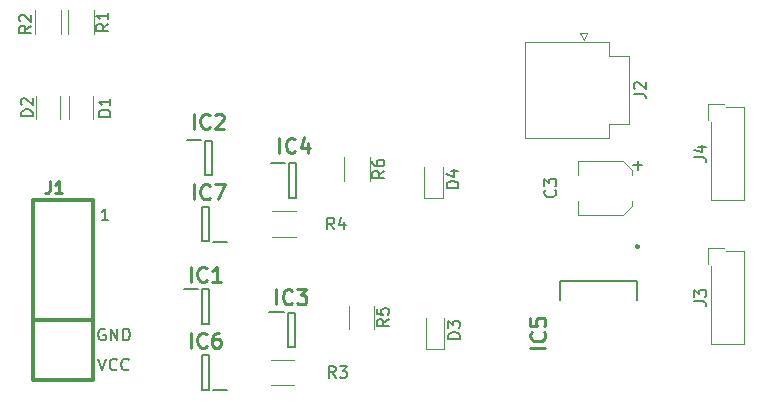
<source format=gto>
G04 #@! TF.GenerationSoftware,KiCad,Pcbnew,(5.1.2)-2*
G04 #@! TF.CreationDate,2019-07-07T18:05:40+09:00*
G04 #@! TF.ProjectId,PmodICSIF,506d6f64-4943-4534-9946-2e6b69636164,rev?*
G04 #@! TF.SameCoordinates,Original*
G04 #@! TF.FileFunction,Legend,Top*
G04 #@! TF.FilePolarity,Positive*
%FSLAX46Y46*%
G04 Gerber Fmt 4.6, Leading zero omitted, Abs format (unit mm)*
G04 Created by KiCad (PCBNEW (5.1.2)-2) date 2019-07-07 18:05:40*
%MOMM*%
%LPD*%
G04 APERTURE LIST*
%ADD10C,0.120000*%
%ADD11C,0.200000*%
%ADD12C,0.250000*%
%ADD13C,0.304800*%
%ADD14C,0.150000*%
%ADD15C,0.254000*%
G04 APERTURE END LIST*
D10*
X122319000Y-79264000D02*
X123089000Y-80024000D01*
X122319000Y-79264000D02*
X118509000Y-79264000D01*
X122319000Y-83834000D02*
X123089000Y-83074000D01*
X122319000Y-83834000D02*
X118509000Y-83834000D01*
X123089000Y-83074000D02*
X123089000Y-82664000D01*
X123089000Y-80024000D02*
X123089000Y-80434000D01*
X118509000Y-79264000D02*
X118509000Y-80434000D01*
X118509000Y-83834000D02*
X118509000Y-82664000D01*
X75434000Y-73708000D02*
X75434000Y-75708000D01*
X77474000Y-75708000D02*
X77474000Y-73708000D01*
X74680000Y-75708000D02*
X74680000Y-73708000D01*
X72640000Y-73708000D02*
X72640000Y-75708000D01*
X105626000Y-95165000D02*
X107226000Y-95165000D01*
X107226000Y-95165000D02*
X107226000Y-92565000D01*
X105626000Y-95165000D02*
X105626000Y-92565000D01*
X105499000Y-82338000D02*
X105499000Y-79738000D01*
X107099000Y-82338000D02*
X107099000Y-79738000D01*
X105499000Y-82338000D02*
X107099000Y-82338000D01*
D11*
X85145000Y-90067000D02*
X86345000Y-90067000D01*
X86695000Y-93017000D02*
X86695000Y-90117000D01*
X87295000Y-93017000D02*
X86695000Y-93017000D01*
X87295000Y-90117000D02*
X87295000Y-93017000D01*
X86695000Y-90117000D02*
X87295000Y-90117000D01*
X86949000Y-77544000D02*
X87549000Y-77544000D01*
X87549000Y-77544000D02*
X87549000Y-80444000D01*
X87549000Y-80444000D02*
X86949000Y-80444000D01*
X86949000Y-80444000D02*
X86949000Y-77544000D01*
X85399000Y-77494000D02*
X86599000Y-77494000D01*
X92404000Y-92033000D02*
X93604000Y-92033000D01*
X93954000Y-94983000D02*
X93954000Y-92083000D01*
X94554000Y-94983000D02*
X93954000Y-94983000D01*
X94554000Y-92083000D02*
X94554000Y-94983000D01*
X93954000Y-92083000D02*
X94554000Y-92083000D01*
X92511000Y-79399000D02*
X93711000Y-79399000D01*
X94061000Y-82349000D02*
X94061000Y-79449000D01*
X94661000Y-82349000D02*
X94061000Y-82349000D01*
X94661000Y-79449000D02*
X94661000Y-82349000D01*
X94061000Y-79449000D02*
X94661000Y-79449000D01*
X117015000Y-91030000D02*
X117015000Y-89430000D01*
X117015000Y-89430000D02*
X123515000Y-89430000D01*
X123515000Y-89430000D02*
X123515000Y-91030000D01*
D12*
X123690000Y-86480000D02*
G75*
G03X123690000Y-86480000I-125000J0D01*
G01*
D11*
X87295000Y-98605000D02*
X86695000Y-98605000D01*
X86695000Y-98605000D02*
X86695000Y-95705000D01*
X86695000Y-95705000D02*
X87295000Y-95705000D01*
X87295000Y-95705000D02*
X87295000Y-98605000D01*
X88845000Y-98655000D02*
X87645000Y-98655000D01*
X87295000Y-86032000D02*
X86695000Y-86032000D01*
X86695000Y-86032000D02*
X86695000Y-83132000D01*
X86695000Y-83132000D02*
X87295000Y-83132000D01*
X87295000Y-83132000D02*
X87295000Y-86032000D01*
X88845000Y-86082000D02*
X87645000Y-86082000D01*
D10*
X119299000Y-68377000D02*
X118999000Y-68977000D01*
X118699000Y-68377000D02*
X119299000Y-68377000D01*
X118999000Y-68977000D02*
X118699000Y-68377000D01*
X114079000Y-77277000D02*
X114079000Y-69177000D01*
X121119000Y-77277000D02*
X114079000Y-77277000D01*
X121119000Y-76077000D02*
X121119000Y-77277000D01*
X122819000Y-76077000D02*
X121119000Y-76077000D01*
X122819000Y-70377000D02*
X122819000Y-76077000D01*
X121119000Y-70377000D02*
X122819000Y-70377000D01*
X121119000Y-69177000D02*
X121119000Y-70377000D01*
X114079000Y-69177000D02*
X121119000Y-69177000D01*
X131021000Y-86845000D02*
X132611000Y-86845000D01*
X132611000Y-86845000D02*
X132611000Y-94765000D01*
X132611000Y-94765000D02*
X129771000Y-94765000D01*
X129771000Y-94765000D02*
X129771000Y-88095000D01*
X130921000Y-86595000D02*
X129521000Y-86595000D01*
X129521000Y-86595000D02*
X129521000Y-87995000D01*
X129521000Y-74403000D02*
X129521000Y-75803000D01*
X130921000Y-74403000D02*
X129521000Y-74403000D01*
X129771000Y-82573000D02*
X129771000Y-75903000D01*
X132611000Y-82573000D02*
X129771000Y-82573000D01*
X132611000Y-74653000D02*
X132611000Y-82573000D01*
X131021000Y-74653000D02*
X132611000Y-74653000D01*
X75384000Y-68469000D02*
X75384000Y-66469000D01*
X77524000Y-66469000D02*
X77524000Y-68469000D01*
X74730000Y-66469000D02*
X74730000Y-68469000D01*
X72590000Y-68469000D02*
X72590000Y-66469000D01*
X92504000Y-96085000D02*
X94504000Y-96085000D01*
X94504000Y-98225000D02*
X92504000Y-98225000D01*
X94631000Y-85652000D02*
X92631000Y-85652000D01*
X92631000Y-83512000D02*
X94631000Y-83512000D01*
X99133000Y-93488000D02*
X99133000Y-91488000D01*
X101273000Y-91488000D02*
X101273000Y-93488000D01*
X100892000Y-78915000D02*
X100892000Y-80915000D01*
X98752000Y-80915000D02*
X98752000Y-78915000D01*
D13*
X77470000Y-92710000D02*
X72390000Y-92710000D01*
X72390000Y-82550000D02*
X72390000Y-97790000D01*
X72390000Y-97790000D02*
X77470000Y-97790000D01*
X77470000Y-97790000D02*
X77470000Y-82550000D01*
X77470000Y-82550000D02*
X72390000Y-82550000D01*
D14*
X116584142Y-81700666D02*
X116631761Y-81748285D01*
X116679380Y-81891142D01*
X116679380Y-81986380D01*
X116631761Y-82129238D01*
X116536523Y-82224476D01*
X116441285Y-82272095D01*
X116250809Y-82319714D01*
X116107952Y-82319714D01*
X115917476Y-82272095D01*
X115822238Y-82224476D01*
X115727000Y-82129238D01*
X115679380Y-81986380D01*
X115679380Y-81891142D01*
X115727000Y-81748285D01*
X115774619Y-81700666D01*
X115679380Y-81367333D02*
X115679380Y-80748285D01*
X116060333Y-81081619D01*
X116060333Y-80938761D01*
X116107952Y-80843523D01*
X116155571Y-80795904D01*
X116250809Y-80748285D01*
X116488904Y-80748285D01*
X116584142Y-80795904D01*
X116631761Y-80843523D01*
X116679380Y-80938761D01*
X116679380Y-81224476D01*
X116631761Y-81319714D01*
X116584142Y-81367333D01*
X123198047Y-79615428D02*
X123959952Y-79615428D01*
X123579000Y-79996380D02*
X123579000Y-79234476D01*
X78938380Y-75478095D02*
X77938380Y-75478095D01*
X77938380Y-75240000D01*
X77986000Y-75097142D01*
X78081238Y-75001904D01*
X78176476Y-74954285D01*
X78366952Y-74906666D01*
X78509809Y-74906666D01*
X78700285Y-74954285D01*
X78795523Y-75001904D01*
X78890761Y-75097142D01*
X78938380Y-75240000D01*
X78938380Y-75478095D01*
X78938380Y-73954285D02*
X78938380Y-74525714D01*
X78938380Y-74240000D02*
X77938380Y-74240000D01*
X78081238Y-74335238D01*
X78176476Y-74430476D01*
X78224095Y-74525714D01*
X72362380Y-75446095D02*
X71362380Y-75446095D01*
X71362380Y-75208000D01*
X71410000Y-75065142D01*
X71505238Y-74969904D01*
X71600476Y-74922285D01*
X71790952Y-74874666D01*
X71933809Y-74874666D01*
X72124285Y-74922285D01*
X72219523Y-74969904D01*
X72314761Y-75065142D01*
X72362380Y-75208000D01*
X72362380Y-75446095D01*
X71457619Y-74493714D02*
X71410000Y-74446095D01*
X71362380Y-74350857D01*
X71362380Y-74112761D01*
X71410000Y-74017523D01*
X71457619Y-73969904D01*
X71552857Y-73922285D01*
X71648095Y-73922285D01*
X71790952Y-73969904D01*
X72362380Y-74541333D01*
X72362380Y-73922285D01*
X108529380Y-94303095D02*
X107529380Y-94303095D01*
X107529380Y-94065000D01*
X107577000Y-93922142D01*
X107672238Y-93826904D01*
X107767476Y-93779285D01*
X107957952Y-93731666D01*
X108100809Y-93731666D01*
X108291285Y-93779285D01*
X108386523Y-93826904D01*
X108481761Y-93922142D01*
X108529380Y-94065000D01*
X108529380Y-94303095D01*
X107529380Y-93398333D02*
X107529380Y-92779285D01*
X107910333Y-93112619D01*
X107910333Y-92969761D01*
X107957952Y-92874523D01*
X108005571Y-92826904D01*
X108100809Y-92779285D01*
X108338904Y-92779285D01*
X108434142Y-92826904D01*
X108481761Y-92874523D01*
X108529380Y-92969761D01*
X108529380Y-93255476D01*
X108481761Y-93350714D01*
X108434142Y-93398333D01*
X108402380Y-81510095D02*
X107402380Y-81510095D01*
X107402380Y-81272000D01*
X107450000Y-81129142D01*
X107545238Y-81033904D01*
X107640476Y-80986285D01*
X107830952Y-80938666D01*
X107973809Y-80938666D01*
X108164285Y-80986285D01*
X108259523Y-81033904D01*
X108354761Y-81129142D01*
X108402380Y-81272000D01*
X108402380Y-81510095D01*
X107735714Y-80081523D02*
X108402380Y-80081523D01*
X107354761Y-80319619D02*
X108069047Y-80557714D01*
X108069047Y-79938666D01*
D15*
X85755238Y-89474523D02*
X85755238Y-88204523D01*
X87085714Y-89353571D02*
X87025238Y-89414047D01*
X86843809Y-89474523D01*
X86722857Y-89474523D01*
X86541428Y-89414047D01*
X86420476Y-89293095D01*
X86360000Y-89172142D01*
X86299523Y-88930238D01*
X86299523Y-88748809D01*
X86360000Y-88506904D01*
X86420476Y-88385952D01*
X86541428Y-88265000D01*
X86722857Y-88204523D01*
X86843809Y-88204523D01*
X87025238Y-88265000D01*
X87085714Y-88325476D01*
X88295238Y-89474523D02*
X87569523Y-89474523D01*
X87932380Y-89474523D02*
X87932380Y-88204523D01*
X87811428Y-88385952D01*
X87690476Y-88506904D01*
X87569523Y-88567380D01*
X86009238Y-76520523D02*
X86009238Y-75250523D01*
X87339714Y-76399571D02*
X87279238Y-76460047D01*
X87097809Y-76520523D01*
X86976857Y-76520523D01*
X86795428Y-76460047D01*
X86674476Y-76339095D01*
X86614000Y-76218142D01*
X86553523Y-75976238D01*
X86553523Y-75794809D01*
X86614000Y-75552904D01*
X86674476Y-75431952D01*
X86795428Y-75311000D01*
X86976857Y-75250523D01*
X87097809Y-75250523D01*
X87279238Y-75311000D01*
X87339714Y-75371476D01*
X87823523Y-75371476D02*
X87884000Y-75311000D01*
X88004952Y-75250523D01*
X88307333Y-75250523D01*
X88428285Y-75311000D01*
X88488761Y-75371476D01*
X88549238Y-75492428D01*
X88549238Y-75613380D01*
X88488761Y-75794809D01*
X87763047Y-76520523D01*
X88549238Y-76520523D01*
X92994238Y-91379523D02*
X92994238Y-90109523D01*
X94324714Y-91258571D02*
X94264238Y-91319047D01*
X94082809Y-91379523D01*
X93961857Y-91379523D01*
X93780428Y-91319047D01*
X93659476Y-91198095D01*
X93599000Y-91077142D01*
X93538523Y-90835238D01*
X93538523Y-90653809D01*
X93599000Y-90411904D01*
X93659476Y-90290952D01*
X93780428Y-90170000D01*
X93961857Y-90109523D01*
X94082809Y-90109523D01*
X94264238Y-90170000D01*
X94324714Y-90230476D01*
X94748047Y-90109523D02*
X95534238Y-90109523D01*
X95110904Y-90593333D01*
X95292333Y-90593333D01*
X95413285Y-90653809D01*
X95473761Y-90714285D01*
X95534238Y-90835238D01*
X95534238Y-91137619D01*
X95473761Y-91258571D01*
X95413285Y-91319047D01*
X95292333Y-91379523D01*
X94929476Y-91379523D01*
X94808523Y-91319047D01*
X94748047Y-91258571D01*
X93248238Y-78552523D02*
X93248238Y-77282523D01*
X94578714Y-78431571D02*
X94518238Y-78492047D01*
X94336809Y-78552523D01*
X94215857Y-78552523D01*
X94034428Y-78492047D01*
X93913476Y-78371095D01*
X93853000Y-78250142D01*
X93792523Y-78008238D01*
X93792523Y-77826809D01*
X93853000Y-77584904D01*
X93913476Y-77463952D01*
X94034428Y-77343000D01*
X94215857Y-77282523D01*
X94336809Y-77282523D01*
X94518238Y-77343000D01*
X94578714Y-77403476D01*
X95667285Y-77705857D02*
X95667285Y-78552523D01*
X95364904Y-77222047D02*
X95062523Y-78129190D01*
X95848714Y-78129190D01*
X115759523Y-95051761D02*
X114489523Y-95051761D01*
X115638571Y-93721285D02*
X115699047Y-93781761D01*
X115759523Y-93963190D01*
X115759523Y-94084142D01*
X115699047Y-94265571D01*
X115578095Y-94386523D01*
X115457142Y-94447000D01*
X115215238Y-94507476D01*
X115033809Y-94507476D01*
X114791904Y-94447000D01*
X114670952Y-94386523D01*
X114550000Y-94265571D01*
X114489523Y-94084142D01*
X114489523Y-93963190D01*
X114550000Y-93781761D01*
X114610476Y-93721285D01*
X114489523Y-92572238D02*
X114489523Y-93177000D01*
X115094285Y-93237476D01*
X115033809Y-93177000D01*
X114973333Y-93056047D01*
X114973333Y-92753666D01*
X115033809Y-92632714D01*
X115094285Y-92572238D01*
X115215238Y-92511761D01*
X115517619Y-92511761D01*
X115638571Y-92572238D01*
X115699047Y-92632714D01*
X115759523Y-92753666D01*
X115759523Y-93056047D01*
X115699047Y-93177000D01*
X115638571Y-93237476D01*
X85755238Y-95062523D02*
X85755238Y-93792523D01*
X87085714Y-94941571D02*
X87025238Y-95002047D01*
X86843809Y-95062523D01*
X86722857Y-95062523D01*
X86541428Y-95002047D01*
X86420476Y-94881095D01*
X86360000Y-94760142D01*
X86299523Y-94518238D01*
X86299523Y-94336809D01*
X86360000Y-94094904D01*
X86420476Y-93973952D01*
X86541428Y-93853000D01*
X86722857Y-93792523D01*
X86843809Y-93792523D01*
X87025238Y-93853000D01*
X87085714Y-93913476D01*
X88174285Y-93792523D02*
X87932380Y-93792523D01*
X87811428Y-93853000D01*
X87750952Y-93913476D01*
X87630000Y-94094904D01*
X87569523Y-94336809D01*
X87569523Y-94820619D01*
X87630000Y-94941571D01*
X87690476Y-95002047D01*
X87811428Y-95062523D01*
X88053333Y-95062523D01*
X88174285Y-95002047D01*
X88234761Y-94941571D01*
X88295238Y-94820619D01*
X88295238Y-94518238D01*
X88234761Y-94397285D01*
X88174285Y-94336809D01*
X88053333Y-94276333D01*
X87811428Y-94276333D01*
X87690476Y-94336809D01*
X87630000Y-94397285D01*
X87569523Y-94518238D01*
X86009238Y-82489523D02*
X86009238Y-81219523D01*
X87339714Y-82368571D02*
X87279238Y-82429047D01*
X87097809Y-82489523D01*
X86976857Y-82489523D01*
X86795428Y-82429047D01*
X86674476Y-82308095D01*
X86614000Y-82187142D01*
X86553523Y-81945238D01*
X86553523Y-81763809D01*
X86614000Y-81521904D01*
X86674476Y-81400952D01*
X86795428Y-81280000D01*
X86976857Y-81219523D01*
X87097809Y-81219523D01*
X87279238Y-81280000D01*
X87339714Y-81340476D01*
X87763047Y-81219523D02*
X88609714Y-81219523D01*
X88065428Y-82489523D01*
D14*
X123251380Y-73560333D02*
X123965666Y-73560333D01*
X124108523Y-73607952D01*
X124203761Y-73703190D01*
X124251380Y-73846047D01*
X124251380Y-73941285D01*
X123346619Y-73131761D02*
X123299000Y-73084142D01*
X123251380Y-72988904D01*
X123251380Y-72750809D01*
X123299000Y-72655571D01*
X123346619Y-72607952D01*
X123441857Y-72560333D01*
X123537095Y-72560333D01*
X123679952Y-72607952D01*
X124251380Y-73179380D01*
X124251380Y-72560333D01*
X128373380Y-91138333D02*
X129087666Y-91138333D01*
X129230523Y-91185952D01*
X129325761Y-91281190D01*
X129373380Y-91424047D01*
X129373380Y-91519285D01*
X128373380Y-90757380D02*
X128373380Y-90138333D01*
X128754333Y-90471666D01*
X128754333Y-90328809D01*
X128801952Y-90233571D01*
X128849571Y-90185952D01*
X128944809Y-90138333D01*
X129182904Y-90138333D01*
X129278142Y-90185952D01*
X129325761Y-90233571D01*
X129373380Y-90328809D01*
X129373380Y-90614523D01*
X129325761Y-90709761D01*
X129278142Y-90757380D01*
X128373380Y-78946333D02*
X129087666Y-78946333D01*
X129230523Y-78993952D01*
X129325761Y-79089190D01*
X129373380Y-79232047D01*
X129373380Y-79327285D01*
X128706714Y-78041571D02*
X129373380Y-78041571D01*
X128325761Y-78279666D02*
X129040047Y-78517761D01*
X129040047Y-77898714D01*
X78756380Y-67635666D02*
X78280190Y-67969000D01*
X78756380Y-68207095D02*
X77756380Y-68207095D01*
X77756380Y-67826142D01*
X77804000Y-67730904D01*
X77851619Y-67683285D01*
X77946857Y-67635666D01*
X78089714Y-67635666D01*
X78184952Y-67683285D01*
X78232571Y-67730904D01*
X78280190Y-67826142D01*
X78280190Y-68207095D01*
X78756380Y-66683285D02*
X78756380Y-67254714D01*
X78756380Y-66969000D02*
X77756380Y-66969000D01*
X77899238Y-67064238D01*
X77994476Y-67159476D01*
X78042095Y-67254714D01*
X72207380Y-67794666D02*
X71731190Y-68128000D01*
X72207380Y-68366095D02*
X71207380Y-68366095D01*
X71207380Y-67985142D01*
X71255000Y-67889904D01*
X71302619Y-67842285D01*
X71397857Y-67794666D01*
X71540714Y-67794666D01*
X71635952Y-67842285D01*
X71683571Y-67889904D01*
X71731190Y-67985142D01*
X71731190Y-68366095D01*
X71302619Y-67413714D02*
X71255000Y-67366095D01*
X71207380Y-67270857D01*
X71207380Y-67032761D01*
X71255000Y-66937523D01*
X71302619Y-66889904D01*
X71397857Y-66842285D01*
X71493095Y-66842285D01*
X71635952Y-66889904D01*
X72207380Y-67461333D01*
X72207380Y-66842285D01*
X98004333Y-97607380D02*
X97671000Y-97131190D01*
X97432904Y-97607380D02*
X97432904Y-96607380D01*
X97813857Y-96607380D01*
X97909095Y-96655000D01*
X97956714Y-96702619D01*
X98004333Y-96797857D01*
X98004333Y-96940714D01*
X97956714Y-97035952D01*
X97909095Y-97083571D01*
X97813857Y-97131190D01*
X97432904Y-97131190D01*
X98337666Y-96607380D02*
X98956714Y-96607380D01*
X98623380Y-96988333D01*
X98766238Y-96988333D01*
X98861476Y-97035952D01*
X98909095Y-97083571D01*
X98956714Y-97178809D01*
X98956714Y-97416904D01*
X98909095Y-97512142D01*
X98861476Y-97559761D01*
X98766238Y-97607380D01*
X98480523Y-97607380D01*
X98385285Y-97559761D01*
X98337666Y-97512142D01*
X97877333Y-85034380D02*
X97544000Y-84558190D01*
X97305904Y-85034380D02*
X97305904Y-84034380D01*
X97686857Y-84034380D01*
X97782095Y-84082000D01*
X97829714Y-84129619D01*
X97877333Y-84224857D01*
X97877333Y-84367714D01*
X97829714Y-84462952D01*
X97782095Y-84510571D01*
X97686857Y-84558190D01*
X97305904Y-84558190D01*
X98734476Y-84367714D02*
X98734476Y-85034380D01*
X98496380Y-83986761D02*
X98258285Y-84701047D01*
X98877333Y-84701047D01*
X102505380Y-92654666D02*
X102029190Y-92988000D01*
X102505380Y-93226095D02*
X101505380Y-93226095D01*
X101505380Y-92845142D01*
X101553000Y-92749904D01*
X101600619Y-92702285D01*
X101695857Y-92654666D01*
X101838714Y-92654666D01*
X101933952Y-92702285D01*
X101981571Y-92749904D01*
X102029190Y-92845142D01*
X102029190Y-93226095D01*
X101505380Y-91749904D02*
X101505380Y-92226095D01*
X101981571Y-92273714D01*
X101933952Y-92226095D01*
X101886333Y-92130857D01*
X101886333Y-91892761D01*
X101933952Y-91797523D01*
X101981571Y-91749904D01*
X102076809Y-91702285D01*
X102314904Y-91702285D01*
X102410142Y-91749904D01*
X102457761Y-91797523D01*
X102505380Y-91892761D01*
X102505380Y-92130857D01*
X102457761Y-92226095D01*
X102410142Y-92273714D01*
X102124380Y-80081666D02*
X101648190Y-80415000D01*
X102124380Y-80653095D02*
X101124380Y-80653095D01*
X101124380Y-80272142D01*
X101172000Y-80176904D01*
X101219619Y-80129285D01*
X101314857Y-80081666D01*
X101457714Y-80081666D01*
X101552952Y-80129285D01*
X101600571Y-80176904D01*
X101648190Y-80272142D01*
X101648190Y-80653095D01*
X101124380Y-79224523D02*
X101124380Y-79415000D01*
X101172000Y-79510238D01*
X101219619Y-79557857D01*
X101362476Y-79653095D01*
X101552952Y-79700714D01*
X101933904Y-79700714D01*
X102029142Y-79653095D01*
X102076761Y-79605476D01*
X102124380Y-79510238D01*
X102124380Y-79319761D01*
X102076761Y-79224523D01*
X102029142Y-79176904D01*
X101933904Y-79129285D01*
X101695809Y-79129285D01*
X101600571Y-79176904D01*
X101552952Y-79224523D01*
X101505333Y-79319761D01*
X101505333Y-79510238D01*
X101552952Y-79605476D01*
X101600571Y-79653095D01*
X101695809Y-79700714D01*
D15*
X73829333Y-80977619D02*
X73829333Y-81703333D01*
X73780952Y-81848476D01*
X73684190Y-81945238D01*
X73539047Y-81993619D01*
X73442285Y-81993619D01*
X74845333Y-81993619D02*
X74264761Y-81993619D01*
X74555047Y-81993619D02*
X74555047Y-80977619D01*
X74458285Y-81122761D01*
X74361523Y-81219523D01*
X74264761Y-81267904D01*
D14*
X77914666Y-95972380D02*
X78248000Y-96972380D01*
X78581333Y-95972380D01*
X79486095Y-96877142D02*
X79438476Y-96924761D01*
X79295619Y-96972380D01*
X79200380Y-96972380D01*
X79057523Y-96924761D01*
X78962285Y-96829523D01*
X78914666Y-96734285D01*
X78867047Y-96543809D01*
X78867047Y-96400952D01*
X78914666Y-96210476D01*
X78962285Y-96115238D01*
X79057523Y-96020000D01*
X79200380Y-95972380D01*
X79295619Y-95972380D01*
X79438476Y-96020000D01*
X79486095Y-96067619D01*
X80486095Y-96877142D02*
X80438476Y-96924761D01*
X80295619Y-96972380D01*
X80200380Y-96972380D01*
X80057523Y-96924761D01*
X79962285Y-96829523D01*
X79914666Y-96734285D01*
X79867047Y-96543809D01*
X79867047Y-96400952D01*
X79914666Y-96210476D01*
X79962285Y-96115238D01*
X80057523Y-96020000D01*
X80200380Y-95972380D01*
X80295619Y-95972380D01*
X80438476Y-96020000D01*
X80486095Y-96067619D01*
X78486095Y-93480000D02*
X78390857Y-93432380D01*
X78248000Y-93432380D01*
X78105142Y-93480000D01*
X78009904Y-93575238D01*
X77962285Y-93670476D01*
X77914666Y-93860952D01*
X77914666Y-94003809D01*
X77962285Y-94194285D01*
X78009904Y-94289523D01*
X78105142Y-94384761D01*
X78248000Y-94432380D01*
X78343238Y-94432380D01*
X78486095Y-94384761D01*
X78533714Y-94337142D01*
X78533714Y-94003809D01*
X78343238Y-94003809D01*
X78962285Y-94432380D02*
X78962285Y-93432380D01*
X79533714Y-94432380D01*
X79533714Y-93432380D01*
X80009904Y-94432380D02*
X80009904Y-93432380D01*
X80248000Y-93432380D01*
X80390857Y-93480000D01*
X80486095Y-93575238D01*
X80533714Y-93670476D01*
X80581333Y-93860952D01*
X80581333Y-94003809D01*
X80533714Y-94194285D01*
X80486095Y-94289523D01*
X80390857Y-94384761D01*
X80248000Y-94432380D01*
X80009904Y-94432380D01*
X78771714Y-84272380D02*
X78200285Y-84272380D01*
X78486000Y-84272380D02*
X78486000Y-83272380D01*
X78390761Y-83415238D01*
X78295523Y-83510476D01*
X78200285Y-83558095D01*
M02*

</source>
